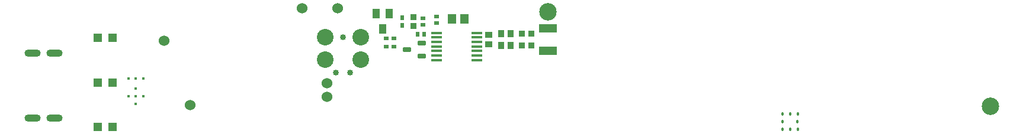
<source format=gbr>
%TF.GenerationSoftware,Altium Limited,Altium Designer,19.0.15 (446)*%
G04 Layer_Color=255*
%FSLAX45Y45*%
%MOMM*%
%TF.FileFunction,Pads,Bot*%
%TF.Part,CustomerPanel*%
G01*
G75*
%TA.AperFunction,SMDPad,CuDef*%
%ADD10R,0.60000X0.75000*%
%ADD11R,0.85000X0.95000*%
%ADD16R,0.64000X0.60000*%
%ADD17R,1.20000X1.20000*%
%ADD18R,0.90000X1.00000*%
%ADD19R,0.75000X0.60000*%
%ADD27R,0.60000X0.64000*%
%ADD37R,0.95000X0.85000*%
%ADD61R,1.00000X0.90000*%
%TA.AperFunction,ViaPad*%
%ADD85C,1.52400*%
%TA.AperFunction,ComponentPad*%
G04:AMPARAMS|DCode=86|XSize=1mm|YSize=2.3mm|CornerRadius=0.5mm|HoleSize=0mm|Usage=FLASHONLY|Rotation=270.000|XOffset=0mm|YOffset=0mm|HoleType=Round|Shape=RoundedRectangle|*
%AMROUNDEDRECTD86*
21,1,1.00000,1.30000,0,0,270.0*
21,1,0.00000,2.30000,0,0,270.0*
1,1,1.00000,-0.65000,0.00000*
1,1,1.00000,-0.65000,0.00000*
1,1,1.00000,0.65000,0.00000*
1,1,1.00000,0.65000,0.00000*
%
%ADD86ROUNDEDRECTD86*%
%ADD87C,0.40000*%
%TA.AperFunction,ViaPad*%
%ADD88C,2.50000*%
%TA.AperFunction,ComponentPad*%
%ADD89C,2.37500*%
%ADD90C,0.85000*%
%ADD91C,1.52400*%
%ADD92C,0.45720*%
%TA.AperFunction,SMDPad,CuDef*%
%ADD109R,1.00000X1.40000*%
%ADD110R,2.50000X1.15000*%
%ADD111R,1.15000X1.35000*%
G04:AMPARAMS|DCode=112|XSize=1.23mm|YSize=0.6mm|CornerRadius=0.075mm|HoleSize=0mm|Usage=FLASHONLY|Rotation=180.000|XOffset=0mm|YOffset=0mm|HoleType=Round|Shape=RoundedRectangle|*
%AMROUNDEDRECTD112*
21,1,1.23000,0.45000,0,0,180.0*
21,1,1.08000,0.60000,0,0,180.0*
1,1,0.15000,-0.54000,0.22500*
1,1,0.15000,0.54000,0.22500*
1,1,0.15000,0.54000,-0.22500*
1,1,0.15000,-0.54000,-0.22500*
%
%ADD112ROUNDEDRECTD112*%
%TA.AperFunction,ConnectorPad*%
%ADD113R,0.64000X0.60000*%
%TA.AperFunction,SMDPad,CuDef*%
G04:AMPARAMS|DCode=114|XSize=1.57mm|YSize=0.41mm|CornerRadius=0.05125mm|HoleSize=0mm|Usage=FLASHONLY|Rotation=0.000|XOffset=0mm|YOffset=0mm|HoleType=Round|Shape=RoundedRectangle|*
%AMROUNDEDRECTD114*
21,1,1.57000,0.30750,0,0,0.0*
21,1,1.46750,0.41000,0,0,0.0*
1,1,0.10250,0.73375,-0.15375*
1,1,0.10250,-0.73375,-0.15375*
1,1,0.10250,-0.73375,0.15375*
1,1,0.10250,0.73375,0.15375*
%
%ADD114ROUNDEDRECTD114*%
D10*
X7989496Y7723441D02*
D03*
Y7838441D02*
D03*
D11*
X9702500Y7434369D02*
D03*
Y7610389D02*
D03*
X9832500Y7434369D02*
D03*
Y7610389D02*
D03*
D16*
X8482725Y7762933D02*
D03*
Y7850933D02*
D03*
D17*
X3850320Y6908421D02*
D03*
X3640320D02*
D03*
Y6273421D02*
D03*
X3850320D02*
D03*
X3640320Y7545921D02*
D03*
X3850320D02*
D03*
D18*
X9402820Y7610389D02*
D03*
X9537820Y7434369D02*
D03*
X9402820D02*
D03*
X9537820Y7610389D02*
D03*
D19*
X7756732Y7424784D02*
D03*
X7871732D02*
D03*
Y7543365D02*
D03*
X7756732D02*
D03*
D27*
X8300200Y7601479D02*
D03*
X8212200D02*
D03*
D37*
X8152061Y7845941D02*
D03*
Y7715941D02*
D03*
D61*
X9229020Y7453989D02*
D03*
Y7588989D02*
D03*
D85*
X6917620Y6698554D02*
D03*
Y6893520D02*
D03*
X4583360Y7503449D02*
D03*
X4961820Y6581100D02*
D03*
D86*
X3018200Y7324098D02*
D03*
X2703200D02*
D03*
X3018200Y6394098D02*
D03*
X2703200D02*
D03*
D87*
X4288600Y6961060D02*
D03*
X4073600D02*
D03*
X4181100D02*
D03*
Y6819560D02*
D03*
Y6597560D02*
D03*
X4288600Y6708560D02*
D03*
X4073600D02*
D03*
X4181100D02*
D03*
D88*
X10072300Y7917140D02*
D03*
X16394360Y6568400D02*
D03*
D89*
X6886620Y7555860D02*
D03*
Y7238360D02*
D03*
X7394620D02*
D03*
Y7555860D02*
D03*
D90*
X7140620D02*
D03*
X7242220Y7047860D02*
D03*
X7039020D02*
D03*
D91*
X6559480Y7967940D02*
D03*
X7062384D02*
D03*
D92*
X13420621Y6457121D02*
D03*
X13640620D02*
D03*
X13420621Y6237121D02*
D03*
X13640620D02*
D03*
X13420621Y6347121D02*
D03*
X13530620Y6457121D02*
D03*
Y6237121D02*
D03*
X13638120Y6347121D02*
D03*
D109*
X7616120Y7896820D02*
D03*
X7806120D02*
D03*
X7711120Y7676820D02*
D03*
D110*
X10069304Y7680572D02*
D03*
Y7365572D02*
D03*
D111*
X8700920Y7818080D02*
D03*
X8875920D02*
D03*
D112*
X8264661Y7471120D02*
D03*
Y7281120D02*
D03*
X8052661Y7376120D02*
D03*
D113*
X8289221Y7736933D02*
D03*
Y7824933D02*
D03*
D114*
X9056725Y7228551D02*
D03*
Y7293552D02*
D03*
Y7358551D02*
D03*
Y7423552D02*
D03*
Y7488552D02*
D03*
Y7553552D02*
D03*
Y7618552D02*
D03*
X8482725D02*
D03*
Y7553552D02*
D03*
Y7488552D02*
D03*
Y7423552D02*
D03*
Y7358551D02*
D03*
Y7293552D02*
D03*
Y7228551D02*
D03*
%TF.MD5,360f1b91d76868d7b13e5bf6279a4703*%
M02*

</source>
